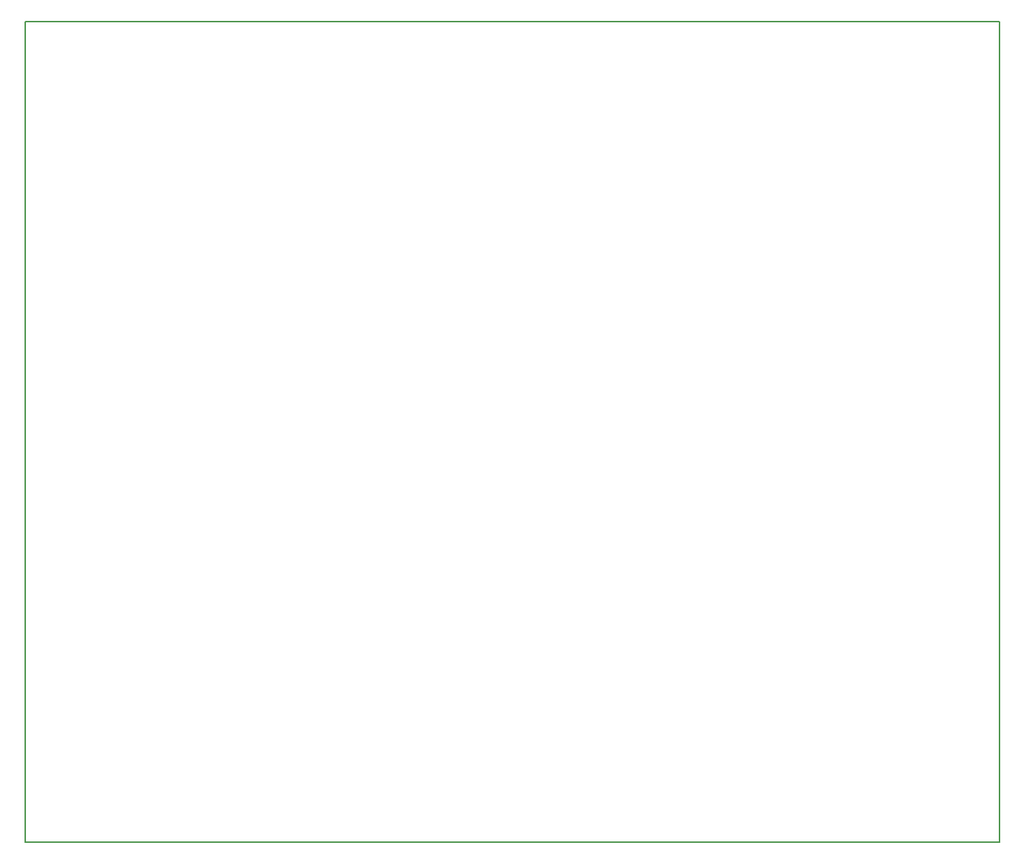
<source format=gbr>
G04 #@! TF.GenerationSoftware,KiCad,Pcbnew,(5.0.1)-3*
G04 #@! TF.CreationDate,2019-01-27T21:17:16+01:00*
G04 #@! TF.ProjectId,BoardVer1,426F617264566572312E6B696361645F,rev?*
G04 #@! TF.SameCoordinates,PX58a84a0PY86ae840*
G04 #@! TF.FileFunction,Profile,NP*
%FSLAX46Y46*%
G04 Gerber Fmt 4.6, Leading zero omitted, Abs format (unit mm)*
G04 Created by KiCad (PCBNEW (5.0.1)-3) date 01/27/19 21:17:16*
%MOMM*%
%LPD*%
G01*
G04 APERTURE LIST*
%ADD10C,0.150000*%
G04 APERTURE END LIST*
D10*
X114554000Y96520000D02*
X0Y96520000D01*
X114554000Y0D02*
X114554000Y96520000D01*
X0Y0D02*
X114554000Y0D01*
X0Y96520000D02*
X0Y0D01*
M02*

</source>
